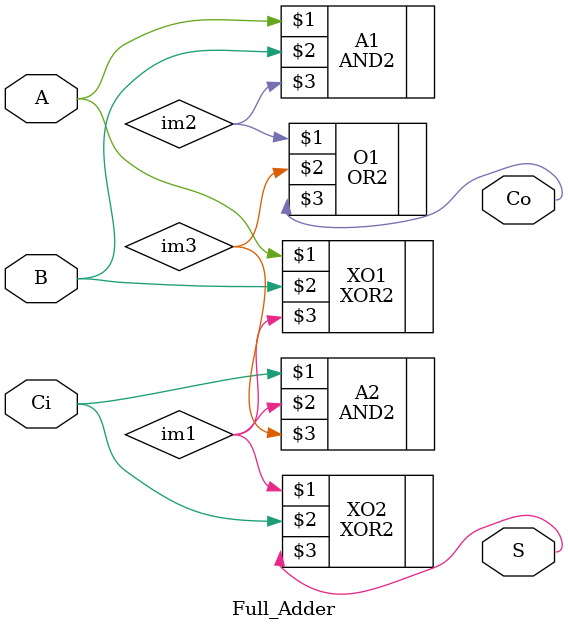
<source format=v>
`timescale 1ns / 1ps


module Full_Adder(
    input A, B, Ci,
    output S, Co
    );
    
    wire im1, im2, im3;
    
    XOR2 XO1 (A, B, im1);
    XOR2 XO2 (im1, Ci, S);
    
    AND2 A1 (A, B, im2);
    AND2 A2 (Ci, im1, im3);
    OR2 O1 (im2, im3, Co);
    
endmodule

</source>
